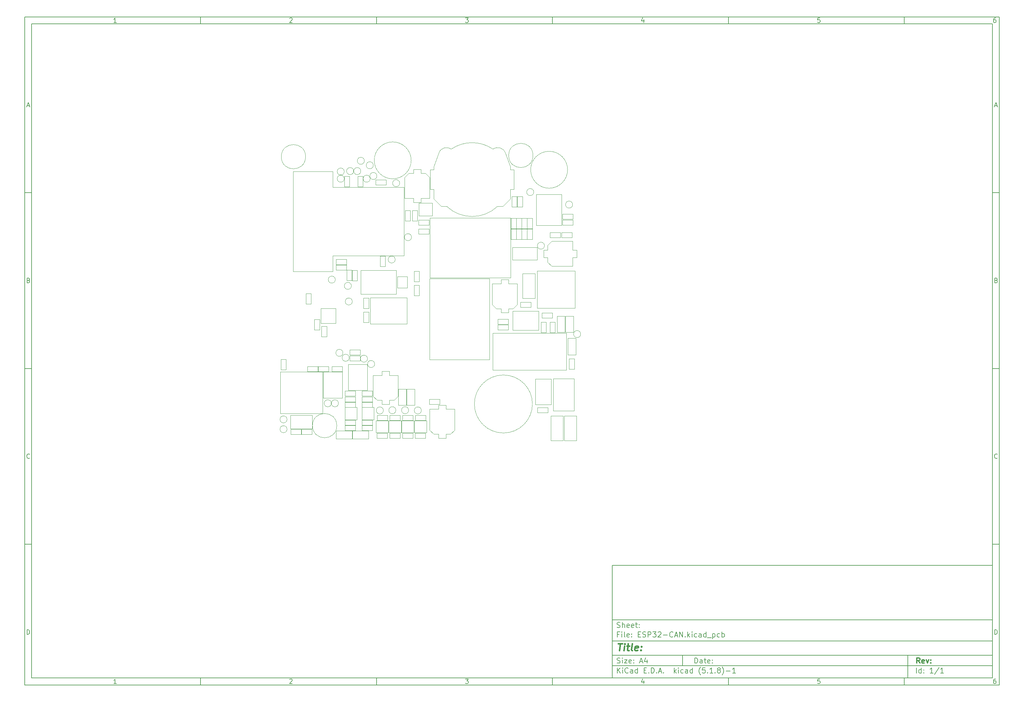
<source format=gbr>
G04 #@! TF.GenerationSoftware,KiCad,Pcbnew,(5.1.8)-1*
G04 #@! TF.CreationDate,2021-04-07T18:57:30+08:00*
G04 #@! TF.ProjectId,ESP32-CAN,45535033-322d-4434-914e-2e6b69636164,rev?*
G04 #@! TF.SameCoordinates,Original*
G04 #@! TF.FileFunction,Other,User*
%FSLAX46Y46*%
G04 Gerber Fmt 4.6, Leading zero omitted, Abs format (unit mm)*
G04 Created by KiCad (PCBNEW (5.1.8)-1) date 2021-04-07 18:57:30*
%MOMM*%
%LPD*%
G01*
G04 APERTURE LIST*
%ADD10C,0.100000*%
%ADD11C,0.150000*%
%ADD12C,0.300000*%
%ADD13C,0.400000*%
%ADD14C,0.050000*%
G04 APERTURE END LIST*
D10*
D11*
X177002200Y-166007200D02*
X177002200Y-198007200D01*
X285002200Y-198007200D01*
X285002200Y-166007200D01*
X177002200Y-166007200D01*
D10*
D11*
X10000000Y-10000000D02*
X10000000Y-200007200D01*
X287002200Y-200007200D01*
X287002200Y-10000000D01*
X10000000Y-10000000D01*
D10*
D11*
X12000000Y-12000000D02*
X12000000Y-198007200D01*
X285002200Y-198007200D01*
X285002200Y-12000000D01*
X12000000Y-12000000D01*
D10*
D11*
X60000000Y-12000000D02*
X60000000Y-10000000D01*
D10*
D11*
X110000000Y-12000000D02*
X110000000Y-10000000D01*
D10*
D11*
X160000000Y-12000000D02*
X160000000Y-10000000D01*
D10*
D11*
X210000000Y-12000000D02*
X210000000Y-10000000D01*
D10*
D11*
X260000000Y-12000000D02*
X260000000Y-10000000D01*
D10*
D11*
X36065476Y-11588095D02*
X35322619Y-11588095D01*
X35694047Y-11588095D02*
X35694047Y-10288095D01*
X35570238Y-10473809D01*
X35446428Y-10597619D01*
X35322619Y-10659523D01*
D10*
D11*
X85322619Y-10411904D02*
X85384523Y-10350000D01*
X85508333Y-10288095D01*
X85817857Y-10288095D01*
X85941666Y-10350000D01*
X86003571Y-10411904D01*
X86065476Y-10535714D01*
X86065476Y-10659523D01*
X86003571Y-10845238D01*
X85260714Y-11588095D01*
X86065476Y-11588095D01*
D10*
D11*
X135260714Y-10288095D02*
X136065476Y-10288095D01*
X135632142Y-10783333D01*
X135817857Y-10783333D01*
X135941666Y-10845238D01*
X136003571Y-10907142D01*
X136065476Y-11030952D01*
X136065476Y-11340476D01*
X136003571Y-11464285D01*
X135941666Y-11526190D01*
X135817857Y-11588095D01*
X135446428Y-11588095D01*
X135322619Y-11526190D01*
X135260714Y-11464285D01*
D10*
D11*
X185941666Y-10721428D02*
X185941666Y-11588095D01*
X185632142Y-10226190D02*
X185322619Y-11154761D01*
X186127380Y-11154761D01*
D10*
D11*
X236003571Y-10288095D02*
X235384523Y-10288095D01*
X235322619Y-10907142D01*
X235384523Y-10845238D01*
X235508333Y-10783333D01*
X235817857Y-10783333D01*
X235941666Y-10845238D01*
X236003571Y-10907142D01*
X236065476Y-11030952D01*
X236065476Y-11340476D01*
X236003571Y-11464285D01*
X235941666Y-11526190D01*
X235817857Y-11588095D01*
X235508333Y-11588095D01*
X235384523Y-11526190D01*
X235322619Y-11464285D01*
D10*
D11*
X285941666Y-10288095D02*
X285694047Y-10288095D01*
X285570238Y-10350000D01*
X285508333Y-10411904D01*
X285384523Y-10597619D01*
X285322619Y-10845238D01*
X285322619Y-11340476D01*
X285384523Y-11464285D01*
X285446428Y-11526190D01*
X285570238Y-11588095D01*
X285817857Y-11588095D01*
X285941666Y-11526190D01*
X286003571Y-11464285D01*
X286065476Y-11340476D01*
X286065476Y-11030952D01*
X286003571Y-10907142D01*
X285941666Y-10845238D01*
X285817857Y-10783333D01*
X285570238Y-10783333D01*
X285446428Y-10845238D01*
X285384523Y-10907142D01*
X285322619Y-11030952D01*
D10*
D11*
X60000000Y-198007200D02*
X60000000Y-200007200D01*
D10*
D11*
X110000000Y-198007200D02*
X110000000Y-200007200D01*
D10*
D11*
X160000000Y-198007200D02*
X160000000Y-200007200D01*
D10*
D11*
X210000000Y-198007200D02*
X210000000Y-200007200D01*
D10*
D11*
X260000000Y-198007200D02*
X260000000Y-200007200D01*
D10*
D11*
X36065476Y-199595295D02*
X35322619Y-199595295D01*
X35694047Y-199595295D02*
X35694047Y-198295295D01*
X35570238Y-198481009D01*
X35446428Y-198604819D01*
X35322619Y-198666723D01*
D10*
D11*
X85322619Y-198419104D02*
X85384523Y-198357200D01*
X85508333Y-198295295D01*
X85817857Y-198295295D01*
X85941666Y-198357200D01*
X86003571Y-198419104D01*
X86065476Y-198542914D01*
X86065476Y-198666723D01*
X86003571Y-198852438D01*
X85260714Y-199595295D01*
X86065476Y-199595295D01*
D10*
D11*
X135260714Y-198295295D02*
X136065476Y-198295295D01*
X135632142Y-198790533D01*
X135817857Y-198790533D01*
X135941666Y-198852438D01*
X136003571Y-198914342D01*
X136065476Y-199038152D01*
X136065476Y-199347676D01*
X136003571Y-199471485D01*
X135941666Y-199533390D01*
X135817857Y-199595295D01*
X135446428Y-199595295D01*
X135322619Y-199533390D01*
X135260714Y-199471485D01*
D10*
D11*
X185941666Y-198728628D02*
X185941666Y-199595295D01*
X185632142Y-198233390D02*
X185322619Y-199161961D01*
X186127380Y-199161961D01*
D10*
D11*
X236003571Y-198295295D02*
X235384523Y-198295295D01*
X235322619Y-198914342D01*
X235384523Y-198852438D01*
X235508333Y-198790533D01*
X235817857Y-198790533D01*
X235941666Y-198852438D01*
X236003571Y-198914342D01*
X236065476Y-199038152D01*
X236065476Y-199347676D01*
X236003571Y-199471485D01*
X235941666Y-199533390D01*
X235817857Y-199595295D01*
X235508333Y-199595295D01*
X235384523Y-199533390D01*
X235322619Y-199471485D01*
D10*
D11*
X285941666Y-198295295D02*
X285694047Y-198295295D01*
X285570238Y-198357200D01*
X285508333Y-198419104D01*
X285384523Y-198604819D01*
X285322619Y-198852438D01*
X285322619Y-199347676D01*
X285384523Y-199471485D01*
X285446428Y-199533390D01*
X285570238Y-199595295D01*
X285817857Y-199595295D01*
X285941666Y-199533390D01*
X286003571Y-199471485D01*
X286065476Y-199347676D01*
X286065476Y-199038152D01*
X286003571Y-198914342D01*
X285941666Y-198852438D01*
X285817857Y-198790533D01*
X285570238Y-198790533D01*
X285446428Y-198852438D01*
X285384523Y-198914342D01*
X285322619Y-199038152D01*
D10*
D11*
X10000000Y-60000000D02*
X12000000Y-60000000D01*
D10*
D11*
X10000000Y-110000000D02*
X12000000Y-110000000D01*
D10*
D11*
X10000000Y-160000000D02*
X12000000Y-160000000D01*
D10*
D11*
X10690476Y-35216666D02*
X11309523Y-35216666D01*
X10566666Y-35588095D02*
X11000000Y-34288095D01*
X11433333Y-35588095D01*
D10*
D11*
X11092857Y-84907142D02*
X11278571Y-84969047D01*
X11340476Y-85030952D01*
X11402380Y-85154761D01*
X11402380Y-85340476D01*
X11340476Y-85464285D01*
X11278571Y-85526190D01*
X11154761Y-85588095D01*
X10659523Y-85588095D01*
X10659523Y-84288095D01*
X11092857Y-84288095D01*
X11216666Y-84350000D01*
X11278571Y-84411904D01*
X11340476Y-84535714D01*
X11340476Y-84659523D01*
X11278571Y-84783333D01*
X11216666Y-84845238D01*
X11092857Y-84907142D01*
X10659523Y-84907142D01*
D10*
D11*
X11402380Y-135464285D02*
X11340476Y-135526190D01*
X11154761Y-135588095D01*
X11030952Y-135588095D01*
X10845238Y-135526190D01*
X10721428Y-135402380D01*
X10659523Y-135278571D01*
X10597619Y-135030952D01*
X10597619Y-134845238D01*
X10659523Y-134597619D01*
X10721428Y-134473809D01*
X10845238Y-134350000D01*
X11030952Y-134288095D01*
X11154761Y-134288095D01*
X11340476Y-134350000D01*
X11402380Y-134411904D01*
D10*
D11*
X10659523Y-185588095D02*
X10659523Y-184288095D01*
X10969047Y-184288095D01*
X11154761Y-184350000D01*
X11278571Y-184473809D01*
X11340476Y-184597619D01*
X11402380Y-184845238D01*
X11402380Y-185030952D01*
X11340476Y-185278571D01*
X11278571Y-185402380D01*
X11154761Y-185526190D01*
X10969047Y-185588095D01*
X10659523Y-185588095D01*
D10*
D11*
X287002200Y-60000000D02*
X285002200Y-60000000D01*
D10*
D11*
X287002200Y-110000000D02*
X285002200Y-110000000D01*
D10*
D11*
X287002200Y-160000000D02*
X285002200Y-160000000D01*
D10*
D11*
X285692676Y-35216666D02*
X286311723Y-35216666D01*
X285568866Y-35588095D02*
X286002200Y-34288095D01*
X286435533Y-35588095D01*
D10*
D11*
X286095057Y-84907142D02*
X286280771Y-84969047D01*
X286342676Y-85030952D01*
X286404580Y-85154761D01*
X286404580Y-85340476D01*
X286342676Y-85464285D01*
X286280771Y-85526190D01*
X286156961Y-85588095D01*
X285661723Y-85588095D01*
X285661723Y-84288095D01*
X286095057Y-84288095D01*
X286218866Y-84350000D01*
X286280771Y-84411904D01*
X286342676Y-84535714D01*
X286342676Y-84659523D01*
X286280771Y-84783333D01*
X286218866Y-84845238D01*
X286095057Y-84907142D01*
X285661723Y-84907142D01*
D10*
D11*
X286404580Y-135464285D02*
X286342676Y-135526190D01*
X286156961Y-135588095D01*
X286033152Y-135588095D01*
X285847438Y-135526190D01*
X285723628Y-135402380D01*
X285661723Y-135278571D01*
X285599819Y-135030952D01*
X285599819Y-134845238D01*
X285661723Y-134597619D01*
X285723628Y-134473809D01*
X285847438Y-134350000D01*
X286033152Y-134288095D01*
X286156961Y-134288095D01*
X286342676Y-134350000D01*
X286404580Y-134411904D01*
D10*
D11*
X285661723Y-185588095D02*
X285661723Y-184288095D01*
X285971247Y-184288095D01*
X286156961Y-184350000D01*
X286280771Y-184473809D01*
X286342676Y-184597619D01*
X286404580Y-184845238D01*
X286404580Y-185030952D01*
X286342676Y-185278571D01*
X286280771Y-185402380D01*
X286156961Y-185526190D01*
X285971247Y-185588095D01*
X285661723Y-185588095D01*
D10*
D11*
X200434342Y-193785771D02*
X200434342Y-192285771D01*
X200791485Y-192285771D01*
X201005771Y-192357200D01*
X201148628Y-192500057D01*
X201220057Y-192642914D01*
X201291485Y-192928628D01*
X201291485Y-193142914D01*
X201220057Y-193428628D01*
X201148628Y-193571485D01*
X201005771Y-193714342D01*
X200791485Y-193785771D01*
X200434342Y-193785771D01*
X202577200Y-193785771D02*
X202577200Y-193000057D01*
X202505771Y-192857200D01*
X202362914Y-192785771D01*
X202077200Y-192785771D01*
X201934342Y-192857200D01*
X202577200Y-193714342D02*
X202434342Y-193785771D01*
X202077200Y-193785771D01*
X201934342Y-193714342D01*
X201862914Y-193571485D01*
X201862914Y-193428628D01*
X201934342Y-193285771D01*
X202077200Y-193214342D01*
X202434342Y-193214342D01*
X202577200Y-193142914D01*
X203077200Y-192785771D02*
X203648628Y-192785771D01*
X203291485Y-192285771D02*
X203291485Y-193571485D01*
X203362914Y-193714342D01*
X203505771Y-193785771D01*
X203648628Y-193785771D01*
X204720057Y-193714342D02*
X204577200Y-193785771D01*
X204291485Y-193785771D01*
X204148628Y-193714342D01*
X204077200Y-193571485D01*
X204077200Y-193000057D01*
X204148628Y-192857200D01*
X204291485Y-192785771D01*
X204577200Y-192785771D01*
X204720057Y-192857200D01*
X204791485Y-193000057D01*
X204791485Y-193142914D01*
X204077200Y-193285771D01*
X205434342Y-193642914D02*
X205505771Y-193714342D01*
X205434342Y-193785771D01*
X205362914Y-193714342D01*
X205434342Y-193642914D01*
X205434342Y-193785771D01*
X205434342Y-192857200D02*
X205505771Y-192928628D01*
X205434342Y-193000057D01*
X205362914Y-192928628D01*
X205434342Y-192857200D01*
X205434342Y-193000057D01*
D10*
D11*
X177002200Y-194507200D02*
X285002200Y-194507200D01*
D10*
D11*
X178434342Y-196585771D02*
X178434342Y-195085771D01*
X179291485Y-196585771D02*
X178648628Y-195728628D01*
X179291485Y-195085771D02*
X178434342Y-195942914D01*
X179934342Y-196585771D02*
X179934342Y-195585771D01*
X179934342Y-195085771D02*
X179862914Y-195157200D01*
X179934342Y-195228628D01*
X180005771Y-195157200D01*
X179934342Y-195085771D01*
X179934342Y-195228628D01*
X181505771Y-196442914D02*
X181434342Y-196514342D01*
X181220057Y-196585771D01*
X181077200Y-196585771D01*
X180862914Y-196514342D01*
X180720057Y-196371485D01*
X180648628Y-196228628D01*
X180577200Y-195942914D01*
X180577200Y-195728628D01*
X180648628Y-195442914D01*
X180720057Y-195300057D01*
X180862914Y-195157200D01*
X181077200Y-195085771D01*
X181220057Y-195085771D01*
X181434342Y-195157200D01*
X181505771Y-195228628D01*
X182791485Y-196585771D02*
X182791485Y-195800057D01*
X182720057Y-195657200D01*
X182577200Y-195585771D01*
X182291485Y-195585771D01*
X182148628Y-195657200D01*
X182791485Y-196514342D02*
X182648628Y-196585771D01*
X182291485Y-196585771D01*
X182148628Y-196514342D01*
X182077200Y-196371485D01*
X182077200Y-196228628D01*
X182148628Y-196085771D01*
X182291485Y-196014342D01*
X182648628Y-196014342D01*
X182791485Y-195942914D01*
X184148628Y-196585771D02*
X184148628Y-195085771D01*
X184148628Y-196514342D02*
X184005771Y-196585771D01*
X183720057Y-196585771D01*
X183577200Y-196514342D01*
X183505771Y-196442914D01*
X183434342Y-196300057D01*
X183434342Y-195871485D01*
X183505771Y-195728628D01*
X183577200Y-195657200D01*
X183720057Y-195585771D01*
X184005771Y-195585771D01*
X184148628Y-195657200D01*
X186005771Y-195800057D02*
X186505771Y-195800057D01*
X186720057Y-196585771D02*
X186005771Y-196585771D01*
X186005771Y-195085771D01*
X186720057Y-195085771D01*
X187362914Y-196442914D02*
X187434342Y-196514342D01*
X187362914Y-196585771D01*
X187291485Y-196514342D01*
X187362914Y-196442914D01*
X187362914Y-196585771D01*
X188077200Y-196585771D02*
X188077200Y-195085771D01*
X188434342Y-195085771D01*
X188648628Y-195157200D01*
X188791485Y-195300057D01*
X188862914Y-195442914D01*
X188934342Y-195728628D01*
X188934342Y-195942914D01*
X188862914Y-196228628D01*
X188791485Y-196371485D01*
X188648628Y-196514342D01*
X188434342Y-196585771D01*
X188077200Y-196585771D01*
X189577200Y-196442914D02*
X189648628Y-196514342D01*
X189577200Y-196585771D01*
X189505771Y-196514342D01*
X189577200Y-196442914D01*
X189577200Y-196585771D01*
X190220057Y-196157200D02*
X190934342Y-196157200D01*
X190077200Y-196585771D02*
X190577200Y-195085771D01*
X191077200Y-196585771D01*
X191577200Y-196442914D02*
X191648628Y-196514342D01*
X191577200Y-196585771D01*
X191505771Y-196514342D01*
X191577200Y-196442914D01*
X191577200Y-196585771D01*
X194577200Y-196585771D02*
X194577200Y-195085771D01*
X194720057Y-196014342D02*
X195148628Y-196585771D01*
X195148628Y-195585771D02*
X194577200Y-196157200D01*
X195791485Y-196585771D02*
X195791485Y-195585771D01*
X195791485Y-195085771D02*
X195720057Y-195157200D01*
X195791485Y-195228628D01*
X195862914Y-195157200D01*
X195791485Y-195085771D01*
X195791485Y-195228628D01*
X197148628Y-196514342D02*
X197005771Y-196585771D01*
X196720057Y-196585771D01*
X196577200Y-196514342D01*
X196505771Y-196442914D01*
X196434342Y-196300057D01*
X196434342Y-195871485D01*
X196505771Y-195728628D01*
X196577200Y-195657200D01*
X196720057Y-195585771D01*
X197005771Y-195585771D01*
X197148628Y-195657200D01*
X198434342Y-196585771D02*
X198434342Y-195800057D01*
X198362914Y-195657200D01*
X198220057Y-195585771D01*
X197934342Y-195585771D01*
X197791485Y-195657200D01*
X198434342Y-196514342D02*
X198291485Y-196585771D01*
X197934342Y-196585771D01*
X197791485Y-196514342D01*
X197720057Y-196371485D01*
X197720057Y-196228628D01*
X197791485Y-196085771D01*
X197934342Y-196014342D01*
X198291485Y-196014342D01*
X198434342Y-195942914D01*
X199791485Y-196585771D02*
X199791485Y-195085771D01*
X199791485Y-196514342D02*
X199648628Y-196585771D01*
X199362914Y-196585771D01*
X199220057Y-196514342D01*
X199148628Y-196442914D01*
X199077200Y-196300057D01*
X199077200Y-195871485D01*
X199148628Y-195728628D01*
X199220057Y-195657200D01*
X199362914Y-195585771D01*
X199648628Y-195585771D01*
X199791485Y-195657200D01*
X202077200Y-197157200D02*
X202005771Y-197085771D01*
X201862914Y-196871485D01*
X201791485Y-196728628D01*
X201720057Y-196514342D01*
X201648628Y-196157200D01*
X201648628Y-195871485D01*
X201720057Y-195514342D01*
X201791485Y-195300057D01*
X201862914Y-195157200D01*
X202005771Y-194942914D01*
X202077200Y-194871485D01*
X203362914Y-195085771D02*
X202648628Y-195085771D01*
X202577200Y-195800057D01*
X202648628Y-195728628D01*
X202791485Y-195657200D01*
X203148628Y-195657200D01*
X203291485Y-195728628D01*
X203362914Y-195800057D01*
X203434342Y-195942914D01*
X203434342Y-196300057D01*
X203362914Y-196442914D01*
X203291485Y-196514342D01*
X203148628Y-196585771D01*
X202791485Y-196585771D01*
X202648628Y-196514342D01*
X202577200Y-196442914D01*
X204077200Y-196442914D02*
X204148628Y-196514342D01*
X204077200Y-196585771D01*
X204005771Y-196514342D01*
X204077200Y-196442914D01*
X204077200Y-196585771D01*
X205577200Y-196585771D02*
X204720057Y-196585771D01*
X205148628Y-196585771D02*
X205148628Y-195085771D01*
X205005771Y-195300057D01*
X204862914Y-195442914D01*
X204720057Y-195514342D01*
X206220057Y-196442914D02*
X206291485Y-196514342D01*
X206220057Y-196585771D01*
X206148628Y-196514342D01*
X206220057Y-196442914D01*
X206220057Y-196585771D01*
X207148628Y-195728628D02*
X207005771Y-195657200D01*
X206934342Y-195585771D01*
X206862914Y-195442914D01*
X206862914Y-195371485D01*
X206934342Y-195228628D01*
X207005771Y-195157200D01*
X207148628Y-195085771D01*
X207434342Y-195085771D01*
X207577200Y-195157200D01*
X207648628Y-195228628D01*
X207720057Y-195371485D01*
X207720057Y-195442914D01*
X207648628Y-195585771D01*
X207577200Y-195657200D01*
X207434342Y-195728628D01*
X207148628Y-195728628D01*
X207005771Y-195800057D01*
X206934342Y-195871485D01*
X206862914Y-196014342D01*
X206862914Y-196300057D01*
X206934342Y-196442914D01*
X207005771Y-196514342D01*
X207148628Y-196585771D01*
X207434342Y-196585771D01*
X207577200Y-196514342D01*
X207648628Y-196442914D01*
X207720057Y-196300057D01*
X207720057Y-196014342D01*
X207648628Y-195871485D01*
X207577200Y-195800057D01*
X207434342Y-195728628D01*
X208220057Y-197157200D02*
X208291485Y-197085771D01*
X208434342Y-196871485D01*
X208505771Y-196728628D01*
X208577200Y-196514342D01*
X208648628Y-196157200D01*
X208648628Y-195871485D01*
X208577200Y-195514342D01*
X208505771Y-195300057D01*
X208434342Y-195157200D01*
X208291485Y-194942914D01*
X208220057Y-194871485D01*
X209362914Y-196014342D02*
X210505771Y-196014342D01*
X212005771Y-196585771D02*
X211148628Y-196585771D01*
X211577200Y-196585771D02*
X211577200Y-195085771D01*
X211434342Y-195300057D01*
X211291485Y-195442914D01*
X211148628Y-195514342D01*
D10*
D11*
X177002200Y-191507200D02*
X285002200Y-191507200D01*
D10*
D12*
X264411485Y-193785771D02*
X263911485Y-193071485D01*
X263554342Y-193785771D02*
X263554342Y-192285771D01*
X264125771Y-192285771D01*
X264268628Y-192357200D01*
X264340057Y-192428628D01*
X264411485Y-192571485D01*
X264411485Y-192785771D01*
X264340057Y-192928628D01*
X264268628Y-193000057D01*
X264125771Y-193071485D01*
X263554342Y-193071485D01*
X265625771Y-193714342D02*
X265482914Y-193785771D01*
X265197200Y-193785771D01*
X265054342Y-193714342D01*
X264982914Y-193571485D01*
X264982914Y-193000057D01*
X265054342Y-192857200D01*
X265197200Y-192785771D01*
X265482914Y-192785771D01*
X265625771Y-192857200D01*
X265697200Y-193000057D01*
X265697200Y-193142914D01*
X264982914Y-193285771D01*
X266197200Y-192785771D02*
X266554342Y-193785771D01*
X266911485Y-192785771D01*
X267482914Y-193642914D02*
X267554342Y-193714342D01*
X267482914Y-193785771D01*
X267411485Y-193714342D01*
X267482914Y-193642914D01*
X267482914Y-193785771D01*
X267482914Y-192857200D02*
X267554342Y-192928628D01*
X267482914Y-193000057D01*
X267411485Y-192928628D01*
X267482914Y-192857200D01*
X267482914Y-193000057D01*
D10*
D11*
X178362914Y-193714342D02*
X178577200Y-193785771D01*
X178934342Y-193785771D01*
X179077200Y-193714342D01*
X179148628Y-193642914D01*
X179220057Y-193500057D01*
X179220057Y-193357200D01*
X179148628Y-193214342D01*
X179077200Y-193142914D01*
X178934342Y-193071485D01*
X178648628Y-193000057D01*
X178505771Y-192928628D01*
X178434342Y-192857200D01*
X178362914Y-192714342D01*
X178362914Y-192571485D01*
X178434342Y-192428628D01*
X178505771Y-192357200D01*
X178648628Y-192285771D01*
X179005771Y-192285771D01*
X179220057Y-192357200D01*
X179862914Y-193785771D02*
X179862914Y-192785771D01*
X179862914Y-192285771D02*
X179791485Y-192357200D01*
X179862914Y-192428628D01*
X179934342Y-192357200D01*
X179862914Y-192285771D01*
X179862914Y-192428628D01*
X180434342Y-192785771D02*
X181220057Y-192785771D01*
X180434342Y-193785771D01*
X181220057Y-193785771D01*
X182362914Y-193714342D02*
X182220057Y-193785771D01*
X181934342Y-193785771D01*
X181791485Y-193714342D01*
X181720057Y-193571485D01*
X181720057Y-193000057D01*
X181791485Y-192857200D01*
X181934342Y-192785771D01*
X182220057Y-192785771D01*
X182362914Y-192857200D01*
X182434342Y-193000057D01*
X182434342Y-193142914D01*
X181720057Y-193285771D01*
X183077200Y-193642914D02*
X183148628Y-193714342D01*
X183077200Y-193785771D01*
X183005771Y-193714342D01*
X183077200Y-193642914D01*
X183077200Y-193785771D01*
X183077200Y-192857200D02*
X183148628Y-192928628D01*
X183077200Y-193000057D01*
X183005771Y-192928628D01*
X183077200Y-192857200D01*
X183077200Y-193000057D01*
X184862914Y-193357200D02*
X185577200Y-193357200D01*
X184720057Y-193785771D02*
X185220057Y-192285771D01*
X185720057Y-193785771D01*
X186862914Y-192785771D02*
X186862914Y-193785771D01*
X186505771Y-192214342D02*
X186148628Y-193285771D01*
X187077200Y-193285771D01*
D10*
D11*
X263434342Y-196585771D02*
X263434342Y-195085771D01*
X264791485Y-196585771D02*
X264791485Y-195085771D01*
X264791485Y-196514342D02*
X264648628Y-196585771D01*
X264362914Y-196585771D01*
X264220057Y-196514342D01*
X264148628Y-196442914D01*
X264077200Y-196300057D01*
X264077200Y-195871485D01*
X264148628Y-195728628D01*
X264220057Y-195657200D01*
X264362914Y-195585771D01*
X264648628Y-195585771D01*
X264791485Y-195657200D01*
X265505771Y-196442914D02*
X265577200Y-196514342D01*
X265505771Y-196585771D01*
X265434342Y-196514342D01*
X265505771Y-196442914D01*
X265505771Y-196585771D01*
X265505771Y-195657200D02*
X265577200Y-195728628D01*
X265505771Y-195800057D01*
X265434342Y-195728628D01*
X265505771Y-195657200D01*
X265505771Y-195800057D01*
X268148628Y-196585771D02*
X267291485Y-196585771D01*
X267720057Y-196585771D02*
X267720057Y-195085771D01*
X267577200Y-195300057D01*
X267434342Y-195442914D01*
X267291485Y-195514342D01*
X269862914Y-195014342D02*
X268577200Y-196942914D01*
X271148628Y-196585771D02*
X270291485Y-196585771D01*
X270720057Y-196585771D02*
X270720057Y-195085771D01*
X270577200Y-195300057D01*
X270434342Y-195442914D01*
X270291485Y-195514342D01*
D10*
D11*
X177002200Y-187507200D02*
X285002200Y-187507200D01*
D10*
D13*
X178714580Y-188211961D02*
X179857438Y-188211961D01*
X179036009Y-190211961D02*
X179286009Y-188211961D01*
X180274104Y-190211961D02*
X180440771Y-188878628D01*
X180524104Y-188211961D02*
X180416961Y-188307200D01*
X180500295Y-188402438D01*
X180607438Y-188307200D01*
X180524104Y-188211961D01*
X180500295Y-188402438D01*
X181107438Y-188878628D02*
X181869342Y-188878628D01*
X181476485Y-188211961D02*
X181262200Y-189926247D01*
X181333628Y-190116723D01*
X181512200Y-190211961D01*
X181702676Y-190211961D01*
X182655057Y-190211961D02*
X182476485Y-190116723D01*
X182405057Y-189926247D01*
X182619342Y-188211961D01*
X184190771Y-190116723D02*
X183988390Y-190211961D01*
X183607438Y-190211961D01*
X183428866Y-190116723D01*
X183357438Y-189926247D01*
X183452676Y-189164342D01*
X183571723Y-188973866D01*
X183774104Y-188878628D01*
X184155057Y-188878628D01*
X184333628Y-188973866D01*
X184405057Y-189164342D01*
X184381247Y-189354819D01*
X183405057Y-189545295D01*
X185155057Y-190021485D02*
X185238390Y-190116723D01*
X185131247Y-190211961D01*
X185047914Y-190116723D01*
X185155057Y-190021485D01*
X185131247Y-190211961D01*
X185286009Y-188973866D02*
X185369342Y-189069104D01*
X185262200Y-189164342D01*
X185178866Y-189069104D01*
X185286009Y-188973866D01*
X185262200Y-189164342D01*
D10*
D11*
X178934342Y-185600057D02*
X178434342Y-185600057D01*
X178434342Y-186385771D02*
X178434342Y-184885771D01*
X179148628Y-184885771D01*
X179720057Y-186385771D02*
X179720057Y-185385771D01*
X179720057Y-184885771D02*
X179648628Y-184957200D01*
X179720057Y-185028628D01*
X179791485Y-184957200D01*
X179720057Y-184885771D01*
X179720057Y-185028628D01*
X180648628Y-186385771D02*
X180505771Y-186314342D01*
X180434342Y-186171485D01*
X180434342Y-184885771D01*
X181791485Y-186314342D02*
X181648628Y-186385771D01*
X181362914Y-186385771D01*
X181220057Y-186314342D01*
X181148628Y-186171485D01*
X181148628Y-185600057D01*
X181220057Y-185457200D01*
X181362914Y-185385771D01*
X181648628Y-185385771D01*
X181791485Y-185457200D01*
X181862914Y-185600057D01*
X181862914Y-185742914D01*
X181148628Y-185885771D01*
X182505771Y-186242914D02*
X182577200Y-186314342D01*
X182505771Y-186385771D01*
X182434342Y-186314342D01*
X182505771Y-186242914D01*
X182505771Y-186385771D01*
X182505771Y-185457200D02*
X182577200Y-185528628D01*
X182505771Y-185600057D01*
X182434342Y-185528628D01*
X182505771Y-185457200D01*
X182505771Y-185600057D01*
X184362914Y-185600057D02*
X184862914Y-185600057D01*
X185077200Y-186385771D02*
X184362914Y-186385771D01*
X184362914Y-184885771D01*
X185077200Y-184885771D01*
X185648628Y-186314342D02*
X185862914Y-186385771D01*
X186220057Y-186385771D01*
X186362914Y-186314342D01*
X186434342Y-186242914D01*
X186505771Y-186100057D01*
X186505771Y-185957200D01*
X186434342Y-185814342D01*
X186362914Y-185742914D01*
X186220057Y-185671485D01*
X185934342Y-185600057D01*
X185791485Y-185528628D01*
X185720057Y-185457200D01*
X185648628Y-185314342D01*
X185648628Y-185171485D01*
X185720057Y-185028628D01*
X185791485Y-184957200D01*
X185934342Y-184885771D01*
X186291485Y-184885771D01*
X186505771Y-184957200D01*
X187148628Y-186385771D02*
X187148628Y-184885771D01*
X187720057Y-184885771D01*
X187862914Y-184957200D01*
X187934342Y-185028628D01*
X188005771Y-185171485D01*
X188005771Y-185385771D01*
X187934342Y-185528628D01*
X187862914Y-185600057D01*
X187720057Y-185671485D01*
X187148628Y-185671485D01*
X188505771Y-184885771D02*
X189434342Y-184885771D01*
X188934342Y-185457200D01*
X189148628Y-185457200D01*
X189291485Y-185528628D01*
X189362914Y-185600057D01*
X189434342Y-185742914D01*
X189434342Y-186100057D01*
X189362914Y-186242914D01*
X189291485Y-186314342D01*
X189148628Y-186385771D01*
X188720057Y-186385771D01*
X188577200Y-186314342D01*
X188505771Y-186242914D01*
X190005771Y-185028628D02*
X190077200Y-184957200D01*
X190220057Y-184885771D01*
X190577200Y-184885771D01*
X190720057Y-184957200D01*
X190791485Y-185028628D01*
X190862914Y-185171485D01*
X190862914Y-185314342D01*
X190791485Y-185528628D01*
X189934342Y-186385771D01*
X190862914Y-186385771D01*
X191505771Y-185814342D02*
X192648628Y-185814342D01*
X194220057Y-186242914D02*
X194148628Y-186314342D01*
X193934342Y-186385771D01*
X193791485Y-186385771D01*
X193577200Y-186314342D01*
X193434342Y-186171485D01*
X193362914Y-186028628D01*
X193291485Y-185742914D01*
X193291485Y-185528628D01*
X193362914Y-185242914D01*
X193434342Y-185100057D01*
X193577200Y-184957200D01*
X193791485Y-184885771D01*
X193934342Y-184885771D01*
X194148628Y-184957200D01*
X194220057Y-185028628D01*
X194791485Y-185957200D02*
X195505771Y-185957200D01*
X194648628Y-186385771D02*
X195148628Y-184885771D01*
X195648628Y-186385771D01*
X196148628Y-186385771D02*
X196148628Y-184885771D01*
X197005771Y-186385771D01*
X197005771Y-184885771D01*
X197720057Y-186242914D02*
X197791485Y-186314342D01*
X197720057Y-186385771D01*
X197648628Y-186314342D01*
X197720057Y-186242914D01*
X197720057Y-186385771D01*
X198434342Y-186385771D02*
X198434342Y-184885771D01*
X198577200Y-185814342D02*
X199005771Y-186385771D01*
X199005771Y-185385771D02*
X198434342Y-185957200D01*
X199648628Y-186385771D02*
X199648628Y-185385771D01*
X199648628Y-184885771D02*
X199577200Y-184957200D01*
X199648628Y-185028628D01*
X199720057Y-184957200D01*
X199648628Y-184885771D01*
X199648628Y-185028628D01*
X201005771Y-186314342D02*
X200862914Y-186385771D01*
X200577200Y-186385771D01*
X200434342Y-186314342D01*
X200362914Y-186242914D01*
X200291485Y-186100057D01*
X200291485Y-185671485D01*
X200362914Y-185528628D01*
X200434342Y-185457200D01*
X200577200Y-185385771D01*
X200862914Y-185385771D01*
X201005771Y-185457200D01*
X202291485Y-186385771D02*
X202291485Y-185600057D01*
X202220057Y-185457200D01*
X202077200Y-185385771D01*
X201791485Y-185385771D01*
X201648628Y-185457200D01*
X202291485Y-186314342D02*
X202148628Y-186385771D01*
X201791485Y-186385771D01*
X201648628Y-186314342D01*
X201577200Y-186171485D01*
X201577200Y-186028628D01*
X201648628Y-185885771D01*
X201791485Y-185814342D01*
X202148628Y-185814342D01*
X202291485Y-185742914D01*
X203648628Y-186385771D02*
X203648628Y-184885771D01*
X203648628Y-186314342D02*
X203505771Y-186385771D01*
X203220057Y-186385771D01*
X203077200Y-186314342D01*
X203005771Y-186242914D01*
X202934342Y-186100057D01*
X202934342Y-185671485D01*
X203005771Y-185528628D01*
X203077200Y-185457200D01*
X203220057Y-185385771D01*
X203505771Y-185385771D01*
X203648628Y-185457200D01*
X204005771Y-186528628D02*
X205148628Y-186528628D01*
X205505771Y-185385771D02*
X205505771Y-186885771D01*
X205505771Y-185457200D02*
X205648628Y-185385771D01*
X205934342Y-185385771D01*
X206077200Y-185457200D01*
X206148628Y-185528628D01*
X206220057Y-185671485D01*
X206220057Y-186100057D01*
X206148628Y-186242914D01*
X206077200Y-186314342D01*
X205934342Y-186385771D01*
X205648628Y-186385771D01*
X205505771Y-186314342D01*
X207505771Y-186314342D02*
X207362914Y-186385771D01*
X207077200Y-186385771D01*
X206934342Y-186314342D01*
X206862914Y-186242914D01*
X206791485Y-186100057D01*
X206791485Y-185671485D01*
X206862914Y-185528628D01*
X206934342Y-185457200D01*
X207077200Y-185385771D01*
X207362914Y-185385771D01*
X207505771Y-185457200D01*
X208148628Y-186385771D02*
X208148628Y-184885771D01*
X208148628Y-185457200D02*
X208291485Y-185385771D01*
X208577200Y-185385771D01*
X208720057Y-185457200D01*
X208791485Y-185528628D01*
X208862914Y-185671485D01*
X208862914Y-186100057D01*
X208791485Y-186242914D01*
X208720057Y-186314342D01*
X208577200Y-186385771D01*
X208291485Y-186385771D01*
X208148628Y-186314342D01*
D10*
D11*
X177002200Y-181507200D02*
X285002200Y-181507200D01*
D10*
D11*
X178362914Y-183614342D02*
X178577200Y-183685771D01*
X178934342Y-183685771D01*
X179077200Y-183614342D01*
X179148628Y-183542914D01*
X179220057Y-183400057D01*
X179220057Y-183257200D01*
X179148628Y-183114342D01*
X179077200Y-183042914D01*
X178934342Y-182971485D01*
X178648628Y-182900057D01*
X178505771Y-182828628D01*
X178434342Y-182757200D01*
X178362914Y-182614342D01*
X178362914Y-182471485D01*
X178434342Y-182328628D01*
X178505771Y-182257200D01*
X178648628Y-182185771D01*
X179005771Y-182185771D01*
X179220057Y-182257200D01*
X179862914Y-183685771D02*
X179862914Y-182185771D01*
X180505771Y-183685771D02*
X180505771Y-182900057D01*
X180434342Y-182757200D01*
X180291485Y-182685771D01*
X180077200Y-182685771D01*
X179934342Y-182757200D01*
X179862914Y-182828628D01*
X181791485Y-183614342D02*
X181648628Y-183685771D01*
X181362914Y-183685771D01*
X181220057Y-183614342D01*
X181148628Y-183471485D01*
X181148628Y-182900057D01*
X181220057Y-182757200D01*
X181362914Y-182685771D01*
X181648628Y-182685771D01*
X181791485Y-182757200D01*
X181862914Y-182900057D01*
X181862914Y-183042914D01*
X181148628Y-183185771D01*
X183077200Y-183614342D02*
X182934342Y-183685771D01*
X182648628Y-183685771D01*
X182505771Y-183614342D01*
X182434342Y-183471485D01*
X182434342Y-182900057D01*
X182505771Y-182757200D01*
X182648628Y-182685771D01*
X182934342Y-182685771D01*
X183077200Y-182757200D01*
X183148628Y-182900057D01*
X183148628Y-183042914D01*
X182434342Y-183185771D01*
X183577200Y-182685771D02*
X184148628Y-182685771D01*
X183791485Y-182185771D02*
X183791485Y-183471485D01*
X183862914Y-183614342D01*
X184005771Y-183685771D01*
X184148628Y-183685771D01*
X184648628Y-183542914D02*
X184720057Y-183614342D01*
X184648628Y-183685771D01*
X184577200Y-183614342D01*
X184648628Y-183542914D01*
X184648628Y-183685771D01*
X184648628Y-182757200D02*
X184720057Y-182828628D01*
X184648628Y-182900057D01*
X184577200Y-182828628D01*
X184648628Y-182757200D01*
X184648628Y-182900057D01*
D10*
D11*
X197002200Y-191507200D02*
X197002200Y-194507200D01*
D10*
D11*
X261002200Y-191507200D02*
X261002200Y-198007200D01*
D14*
X158730000Y-122523000D02*
X155770000Y-122523000D01*
X158730000Y-121063000D02*
X158730000Y-122523000D01*
X155770000Y-121063000D02*
X158730000Y-121063000D01*
X155770000Y-122523000D02*
X155770000Y-121063000D01*
X151225000Y-70187000D02*
X149765000Y-70187000D01*
X149765000Y-70187000D02*
X149765000Y-67227000D01*
X149765000Y-67227000D02*
X151225000Y-67227000D01*
X151225000Y-67227000D02*
X151225000Y-70187000D01*
X149765000Y-70338500D02*
X151225000Y-70338500D01*
X151225000Y-70338500D02*
X151225000Y-73298500D01*
X151225000Y-73298500D02*
X149765000Y-73298500D01*
X149765000Y-73298500D02*
X149765000Y-70338500D01*
X149701000Y-67227000D02*
X149701000Y-70187000D01*
X148241000Y-67227000D02*
X149701000Y-67227000D01*
X148241000Y-70187000D02*
X148241000Y-67227000D01*
X149701000Y-70187000D02*
X148241000Y-70187000D01*
X149701000Y-70338000D02*
X149701000Y-73298000D01*
X148241000Y-70338000D02*
X149701000Y-70338000D01*
X148241000Y-73298000D02*
X148241000Y-70338000D01*
X149701000Y-73298000D02*
X148241000Y-73298000D01*
X163040000Y-123500000D02*
X163040000Y-130500000D01*
X163040000Y-130500000D02*
X159540000Y-130500000D01*
X159540000Y-130500000D02*
X159540000Y-123500000D01*
X159540000Y-123500000D02*
X163040000Y-123500000D01*
X166850000Y-123500000D02*
X166850000Y-130500000D01*
X166850000Y-130500000D02*
X163350000Y-130500000D01*
X163350000Y-130500000D02*
X163350000Y-123500000D01*
X163350000Y-123500000D02*
X166850000Y-123500000D01*
X155103000Y-112936000D02*
X159603000Y-112936000D01*
X155103000Y-120236000D02*
X155103000Y-112936000D01*
X159603000Y-120236000D02*
X155103000Y-120236000D01*
X159603000Y-112936000D02*
X159603000Y-120236000D01*
X166631000Y-101409000D02*
X166631000Y-106109000D01*
X166631000Y-106109000D02*
X164331000Y-106109000D01*
X164331000Y-106109000D02*
X164331000Y-101409000D01*
X166631000Y-101409000D02*
X164331000Y-101409000D01*
X151539000Y-89987000D02*
X151539000Y-82987000D01*
X151539000Y-82987000D02*
X155039000Y-82987000D01*
X155039000Y-82987000D02*
X155039000Y-89987000D01*
X155039000Y-89987000D02*
X151539000Y-89987000D01*
X155646000Y-79093000D02*
X148646000Y-79093000D01*
X148646000Y-79093000D02*
X148646000Y-75593000D01*
X148646000Y-75593000D02*
X155646000Y-75593000D01*
X155646000Y-75593000D02*
X155646000Y-79093000D01*
X148431500Y-61067500D02*
X149891500Y-61067500D01*
X149891500Y-61067500D02*
X149891500Y-64027500D01*
X149891500Y-64027500D02*
X148431500Y-64027500D01*
X148431500Y-64027500D02*
X148431500Y-61067500D01*
X159976000Y-94139000D02*
X159976000Y-95599000D01*
X159976000Y-95599000D02*
X157016000Y-95599000D01*
X157016000Y-95599000D02*
X157016000Y-94139000D01*
X157016000Y-94139000D02*
X159976000Y-94139000D01*
X165564000Y-71279000D02*
X165564000Y-72739000D01*
X165564000Y-72739000D02*
X162604000Y-72739000D01*
X162604000Y-72739000D02*
X162604000Y-71279000D01*
X162604000Y-71279000D02*
X165564000Y-71279000D01*
X124924000Y-70263000D02*
X124924000Y-71723000D01*
X124924000Y-71723000D02*
X121964000Y-71723000D01*
X121964000Y-71723000D02*
X121964000Y-70263000D01*
X121964000Y-70263000D02*
X124924000Y-70263000D01*
X120682000Y-82340000D02*
X122142000Y-82340000D01*
X122142000Y-82340000D02*
X122142000Y-85300000D01*
X122142000Y-85300000D02*
X120682000Y-85300000D01*
X120682000Y-85300000D02*
X120682000Y-82340000D01*
X155404000Y-69272000D02*
X162604000Y-69272000D01*
X162604000Y-69272000D02*
X162604000Y-60472000D01*
X162604000Y-60472000D02*
X155404000Y-60472000D01*
X155404000Y-60472000D02*
X155404000Y-69272000D01*
X154670000Y-59817000D02*
G75*
G03*
X154670000Y-59817000I-1000000J0D01*
G01*
X150019000Y-64027500D02*
X150019000Y-61067500D01*
X151479000Y-64027500D02*
X150019000Y-64027500D01*
X151479000Y-61067500D02*
X151479000Y-64027500D01*
X150019000Y-61067500D02*
X151479000Y-61067500D01*
X152813000Y-70187000D02*
X152813000Y-67227000D01*
X154273000Y-70187000D02*
X152813000Y-70187000D01*
X154273000Y-67227000D02*
X154273000Y-70187000D01*
X152813000Y-67227000D02*
X154273000Y-67227000D01*
X151289000Y-70187000D02*
X151289000Y-67227000D01*
X152749000Y-70187000D02*
X151289000Y-70187000D01*
X152749000Y-67227000D02*
X152749000Y-70187000D01*
X151289000Y-67227000D02*
X152749000Y-67227000D01*
X165818000Y-67532000D02*
X162858000Y-67532000D01*
X165818000Y-66072000D02*
X165818000Y-67532000D01*
X162858000Y-66072000D02*
X165818000Y-66072000D01*
X162858000Y-67532000D02*
X162858000Y-66072000D01*
X165818000Y-69183000D02*
X162858000Y-69183000D01*
X165818000Y-67723000D02*
X165818000Y-69183000D01*
X162858000Y-67723000D02*
X165818000Y-67723000D01*
X162858000Y-69183000D02*
X162858000Y-67723000D01*
X120817500Y-120390000D02*
X118577500Y-120390000D01*
X118577500Y-120390000D02*
X118577500Y-115830000D01*
X118577500Y-115830000D02*
X120817500Y-115830000D01*
X120817500Y-115830000D02*
X120817500Y-120390000D01*
X127972000Y-120173500D02*
X125012000Y-120173500D01*
X127972000Y-118713500D02*
X127972000Y-120173500D01*
X125012000Y-118713500D02*
X127972000Y-118713500D01*
X125012000Y-120173500D02*
X125012000Y-118713500D01*
X125290000Y-59051000D02*
X126280000Y-59051000D01*
X126280000Y-59051000D02*
X126280000Y-61761000D01*
X126280000Y-61761000D02*
X128420000Y-63901000D01*
X128420000Y-63901000D02*
X129960000Y-63901000D01*
X144360000Y-63901000D02*
X145900000Y-63901000D01*
X145900000Y-63901000D02*
X148040000Y-61761000D01*
X148040000Y-61761000D02*
X148040000Y-59051000D01*
X148040000Y-59051000D02*
X149030000Y-59051000D01*
X149030000Y-59051000D02*
X149030000Y-53471000D01*
X149030000Y-53471000D02*
X148040000Y-53471000D01*
X148040000Y-53471000D02*
X148040000Y-52621000D01*
X148040000Y-52621000D02*
X146600000Y-48641000D01*
X127730000Y-48631000D02*
X126280000Y-52621000D01*
X126280000Y-52621000D02*
X126280000Y-53471000D01*
X126280000Y-53471000D02*
X125290000Y-53471000D01*
X125290000Y-53471000D02*
X125290000Y-59051000D01*
X127744856Y-48639659D02*
G75*
G02*
X131200000Y-47621000I2105144J-771341D01*
G01*
X131214632Y-47610925D02*
G75*
G02*
X143120000Y-47621000I5945368J-8650075D01*
G01*
X143116965Y-47606396D02*
G75*
G02*
X146590000Y-48641000I1353035J-1804604D01*
G01*
X144359546Y-63901427D02*
G75*
G02*
X129960000Y-63901000I-7199546J7640427D01*
G01*
X91746000Y-123322000D02*
X85546000Y-123322000D01*
X91746000Y-127122000D02*
X91746000Y-123322000D01*
X85546000Y-127122000D02*
X91746000Y-127122000D01*
X85546000Y-123322000D02*
X85546000Y-127122000D01*
X107753500Y-127721500D02*
X107753500Y-129961500D01*
X107753500Y-129961500D02*
X103193500Y-129961500D01*
X103193500Y-129961500D02*
X103193500Y-127721500D01*
X103193500Y-127721500D02*
X107753500Y-127721500D01*
X101043000Y-121059000D02*
X104443000Y-121059000D01*
X104443000Y-121059000D02*
X104443000Y-124559000D01*
X104443000Y-124559000D02*
X101043000Y-124559000D01*
X101043000Y-124559000D02*
X101043000Y-121059000D01*
X154300000Y-120082000D02*
G75*
G03*
X154300000Y-120082000I-8250000J0D01*
G01*
X143000000Y-110406000D02*
X163960000Y-110406000D01*
X163960000Y-110406000D02*
X163960000Y-99906000D01*
X163960000Y-99906000D02*
X143000000Y-99906000D01*
X143000000Y-99906000D02*
X143000000Y-110406000D01*
X125151500Y-67192000D02*
X125151500Y-84192000D01*
X148151500Y-67192000D02*
X125151500Y-67192000D01*
X148151500Y-84192000D02*
X148151500Y-67192000D01*
X125151500Y-84192000D02*
X148151500Y-84192000D01*
X168005000Y-100203000D02*
G75*
G03*
X168005000Y-100203000I-1000000J0D01*
G01*
X103969000Y-127603000D02*
X101009000Y-127603000D01*
X103969000Y-126143000D02*
X103969000Y-127603000D01*
X101009000Y-126143000D02*
X103969000Y-126143000D01*
X101009000Y-127603000D02*
X101009000Y-126143000D01*
X107348000Y-108822000D02*
X101948000Y-108822000D01*
X101948000Y-108822000D02*
X101948000Y-116222000D01*
X101948000Y-116222000D02*
X107348000Y-116222000D01*
X107348000Y-116222000D02*
X107348000Y-108822000D01*
X129701000Y-129795000D02*
X129701000Y-128645000D01*
X127601000Y-129795000D02*
X129701000Y-129795000D01*
X127601000Y-128645000D02*
X127601000Y-129795000D01*
X129701000Y-128645000D02*
X131051000Y-128645000D01*
X126251000Y-128645000D02*
X127601000Y-128645000D01*
X126251000Y-128645000D02*
X125101000Y-127495000D01*
X131051000Y-128645000D02*
X132201000Y-127495000D01*
X125101000Y-127495000D02*
X125101000Y-121545000D01*
X132201000Y-127495000D02*
X132201000Y-121545000D01*
X129701000Y-121545000D02*
X132201000Y-121545000D01*
X129701000Y-120395000D02*
X129701000Y-121545000D01*
X127601000Y-120395000D02*
X129701000Y-120395000D01*
X127601000Y-121545000D02*
X127601000Y-120395000D01*
X125101000Y-121545000D02*
X127601000Y-121545000D01*
X117815000Y-77949000D02*
X97595000Y-77949000D01*
X117815000Y-77949000D02*
X117815000Y-58449000D01*
X97595000Y-58449000D02*
X117815000Y-58449000D01*
X86315000Y-82449000D02*
X86315000Y-53949000D01*
X86315000Y-82449000D02*
X97595000Y-82449000D01*
X86315000Y-53949000D02*
X97595000Y-53949000D01*
X97595000Y-82449000D02*
X97595000Y-77949000D01*
X97595000Y-58449000D02*
X97595000Y-53949000D01*
X142104000Y-107449000D02*
X142104000Y-84449000D01*
X142104000Y-84449000D02*
X125104000Y-84449000D01*
X125104000Y-84449000D02*
X125104000Y-107449000D01*
X125104000Y-107449000D02*
X142104000Y-107449000D01*
X157718000Y-75057000D02*
G75*
G03*
X157718000Y-75057000I-1000000J0D01*
G01*
X165719000Y-63373000D02*
G75*
G03*
X165719000Y-63373000I-1000000J0D01*
G01*
X100441000Y-105537000D02*
G75*
G03*
X100441000Y-105537000I-1000000J0D01*
G01*
X94393000Y-100921000D02*
X94393000Y-97961000D01*
X95853000Y-100921000D02*
X94393000Y-100921000D01*
X95853000Y-97961000D02*
X95853000Y-100921000D01*
X94393000Y-97961000D02*
X95853000Y-97961000D01*
X94146000Y-92876000D02*
X94146000Y-97116000D01*
X94146000Y-97116000D02*
X98386000Y-97116000D01*
X98386000Y-97116000D02*
X98386000Y-92876000D01*
X98386000Y-92876000D02*
X94146000Y-92876000D01*
X103108000Y-90932000D02*
G75*
G03*
X103108000Y-90932000I-1000000J0D01*
G01*
X108211000Y-89899000D02*
X108211000Y-97299000D01*
X118611000Y-89899000D02*
X108211000Y-89899000D01*
X118611000Y-97299000D02*
X118611000Y-89899000D01*
X108211000Y-97299000D02*
X118611000Y-97299000D01*
X100870000Y-58274500D02*
X100870000Y-55314500D01*
X102330000Y-58274500D02*
X100870000Y-58274500D01*
X102330000Y-55314500D02*
X102330000Y-58274500D01*
X100870000Y-55314500D02*
X102330000Y-55314500D01*
X118748000Y-83871000D02*
X115948000Y-83871000D01*
X115948000Y-87071000D02*
X118748000Y-87071000D01*
X115948000Y-87071000D02*
X115948000Y-83871000D01*
X118748000Y-87071000D02*
X118748000Y-83871000D01*
X152749000Y-73298500D02*
X151289000Y-73298500D01*
X151289000Y-73298500D02*
X151289000Y-70338500D01*
X151289000Y-70338500D02*
X152749000Y-70338500D01*
X152749000Y-70338500D02*
X152749000Y-73298500D01*
X154273000Y-73298500D02*
X152813000Y-73298500D01*
X152813000Y-73298500D02*
X152813000Y-70338500D01*
X152813000Y-70338500D02*
X154273000Y-70338500D01*
X154273000Y-70338500D02*
X154273000Y-73298500D01*
X150920000Y-91091000D02*
X153880000Y-91091000D01*
X150920000Y-92551000D02*
X150920000Y-91091000D01*
X153880000Y-92551000D02*
X150920000Y-92551000D01*
X153880000Y-91091000D02*
X153880000Y-92551000D01*
X84296000Y-110319000D02*
X82836000Y-110319000D01*
X82836000Y-110319000D02*
X82836000Y-107359000D01*
X82836000Y-107359000D02*
X84296000Y-107359000D01*
X84296000Y-107359000D02*
X84296000Y-110319000D01*
X100286000Y-110839000D02*
X97326000Y-110839000D01*
X100286000Y-109379000D02*
X100286000Y-110839000D01*
X97326000Y-109379000D02*
X100286000Y-109379000D01*
X97326000Y-110839000D02*
X97326000Y-109379000D01*
X85642000Y-127286000D02*
X88602000Y-127286000D01*
X85642000Y-128746000D02*
X85642000Y-127286000D01*
X88602000Y-128746000D02*
X85642000Y-128746000D01*
X88602000Y-127286000D02*
X88602000Y-128746000D01*
X88690000Y-128746000D02*
X88690000Y-127286000D01*
X88690000Y-127286000D02*
X91650000Y-127286000D01*
X91650000Y-127286000D02*
X91650000Y-128746000D01*
X91650000Y-128746000D02*
X88690000Y-128746000D01*
X101009000Y-119475000D02*
X101009000Y-118015000D01*
X101009000Y-118015000D02*
X103969000Y-118015000D01*
X103969000Y-118015000D02*
X103969000Y-119475000D01*
X103969000Y-119475000D02*
X101009000Y-119475000D01*
X101454500Y-80550000D02*
X101454500Y-82010000D01*
X101454500Y-82010000D02*
X98494500Y-82010000D01*
X98494500Y-82010000D02*
X98494500Y-80550000D01*
X98494500Y-80550000D02*
X101454500Y-80550000D01*
X98494500Y-78962500D02*
X101454500Y-78962500D01*
X98494500Y-80422500D02*
X98494500Y-78962500D01*
X101454500Y-80422500D02*
X98494500Y-80422500D01*
X101454500Y-78962500D02*
X101454500Y-80422500D01*
X103092500Y-85008000D02*
X103092500Y-82048000D01*
X104552500Y-85008000D02*
X103092500Y-85008000D01*
X104552500Y-82048000D02*
X104552500Y-85008000D01*
X103092500Y-82048000D02*
X104552500Y-82048000D01*
X92361000Y-99016000D02*
X92361000Y-96056000D01*
X93821000Y-99016000D02*
X92361000Y-99016000D01*
X93821000Y-96056000D02*
X93821000Y-99016000D01*
X92361000Y-96056000D02*
X93821000Y-96056000D01*
X91408000Y-91650000D02*
X89948000Y-91650000D01*
X89948000Y-91650000D02*
X89948000Y-88690000D01*
X89948000Y-88690000D02*
X91408000Y-88690000D01*
X91408000Y-88690000D02*
X91408000Y-91650000D01*
X98700000Y-126238000D02*
G75*
G03*
X98700000Y-126238000I-3450000J0D01*
G01*
X154453000Y-49403000D02*
G75*
G03*
X154453000Y-49403000I-3450000J0D01*
G01*
X109819500Y-124855500D02*
X113319500Y-124855500D01*
X109819500Y-128255500D02*
X109819500Y-124855500D01*
X113319500Y-128255500D02*
X109819500Y-128255500D01*
X113319500Y-124855500D02*
X113319500Y-128255500D01*
X117002500Y-124855500D02*
X117002500Y-128255500D01*
X117002500Y-128255500D02*
X113502500Y-128255500D01*
X113502500Y-128255500D02*
X113502500Y-124855500D01*
X113502500Y-124855500D02*
X117002500Y-124855500D01*
X124241500Y-124855500D02*
X124241500Y-128255500D01*
X124241500Y-128255500D02*
X120741500Y-128255500D01*
X120741500Y-128255500D02*
X120741500Y-124855500D01*
X120741500Y-124855500D02*
X124241500Y-124855500D01*
X120622000Y-124855500D02*
X120622000Y-128255500D01*
X120622000Y-128255500D02*
X117122000Y-128255500D01*
X117122000Y-128255500D02*
X117122000Y-124855500D01*
X117122000Y-124855500D02*
X120622000Y-124855500D01*
X164751000Y-110192000D02*
X164751000Y-107232000D01*
X166211000Y-110192000D02*
X164751000Y-110192000D01*
X166211000Y-107232000D02*
X166211000Y-110192000D01*
X164751000Y-107232000D02*
X166211000Y-107232000D01*
X158210000Y-99778000D02*
X156750000Y-99778000D01*
X156750000Y-99778000D02*
X156750000Y-96818000D01*
X156750000Y-96818000D02*
X158210000Y-96818000D01*
X158210000Y-96818000D02*
X158210000Y-99778000D01*
X144443000Y-97377000D02*
X144443000Y-95917000D01*
X144443000Y-95917000D02*
X147403000Y-95917000D01*
X147403000Y-95917000D02*
X147403000Y-97377000D01*
X147403000Y-97377000D02*
X144443000Y-97377000D01*
X147403000Y-97568000D02*
X147403000Y-99028000D01*
X147403000Y-99028000D02*
X144443000Y-99028000D01*
X144443000Y-99028000D02*
X144443000Y-97568000D01*
X144443000Y-97568000D02*
X147403000Y-97568000D01*
X101009000Y-116364000D02*
X103969000Y-116364000D01*
X101009000Y-117824000D02*
X101009000Y-116364000D01*
X103969000Y-117824000D02*
X101009000Y-117824000D01*
X103969000Y-116364000D02*
X103969000Y-117824000D01*
X101009000Y-126079000D02*
X101009000Y-124619000D01*
X101009000Y-124619000D02*
X103969000Y-124619000D01*
X103969000Y-124619000D02*
X103969000Y-126079000D01*
X103969000Y-126079000D02*
X101009000Y-126079000D01*
X103969000Y-120999000D02*
X101009000Y-120999000D01*
X103969000Y-119539000D02*
X103969000Y-120999000D01*
X101009000Y-119539000D02*
X103969000Y-119539000D01*
X101009000Y-120999000D02*
X101009000Y-119539000D01*
X113049500Y-128365500D02*
X113049500Y-129825500D01*
X113049500Y-129825500D02*
X110089500Y-129825500D01*
X110089500Y-129825500D02*
X110089500Y-128365500D01*
X110089500Y-128365500D02*
X113049500Y-128365500D01*
X116732500Y-129825500D02*
X113772500Y-129825500D01*
X116732500Y-128365500D02*
X116732500Y-129825500D01*
X113772500Y-128365500D02*
X116732500Y-128365500D01*
X113772500Y-129825500D02*
X113772500Y-128365500D01*
X110216500Y-123285500D02*
X113176500Y-123285500D01*
X110216500Y-124745500D02*
X110216500Y-123285500D01*
X113176500Y-124745500D02*
X110216500Y-124745500D01*
X113176500Y-123285500D02*
X113176500Y-124745500D01*
X113772500Y-123285500D02*
X116732500Y-123285500D01*
X113772500Y-124745500D02*
X113772500Y-123285500D01*
X116732500Y-124745500D02*
X113772500Y-124745500D01*
X116732500Y-123285500D02*
X116732500Y-124745500D01*
X120948000Y-129825500D02*
X120948000Y-128365500D01*
X120948000Y-128365500D02*
X123908000Y-128365500D01*
X123908000Y-128365500D02*
X123908000Y-129825500D01*
X123908000Y-129825500D02*
X120948000Y-129825500D01*
X117392000Y-128365500D02*
X120352000Y-128365500D01*
X117392000Y-129825500D02*
X117392000Y-128365500D01*
X120352000Y-129825500D02*
X117392000Y-129825500D01*
X120352000Y-128365500D02*
X120352000Y-129825500D01*
X101568500Y-82022500D02*
X103028500Y-82022500D01*
X103028500Y-82022500D02*
X103028500Y-84982500D01*
X103028500Y-84982500D02*
X101568500Y-84982500D01*
X101568500Y-84982500D02*
X101568500Y-82022500D01*
X123971500Y-123285500D02*
X123971500Y-124745500D01*
X123971500Y-124745500D02*
X121011500Y-124745500D01*
X121011500Y-124745500D02*
X121011500Y-123285500D01*
X121011500Y-123285500D02*
X123971500Y-123285500D01*
X120352000Y-123285500D02*
X120352000Y-124745500D01*
X120352000Y-124745500D02*
X117392000Y-124745500D01*
X117392000Y-124745500D02*
X117392000Y-123285500D01*
X117392000Y-123285500D02*
X120352000Y-123285500D01*
X109772000Y-56293000D02*
X112732000Y-56293000D01*
X109772000Y-57753000D02*
X109772000Y-56293000D01*
X112732000Y-57753000D02*
X109772000Y-57753000D01*
X112732000Y-56293000D02*
X112732000Y-57753000D01*
X104680000Y-58274500D02*
X104680000Y-55314500D01*
X106140000Y-58274500D02*
X104680000Y-58274500D01*
X106140000Y-55314500D02*
X106140000Y-58274500D01*
X104680000Y-55314500D02*
X106140000Y-55314500D01*
X156100000Y-93693000D02*
X148700000Y-93693000D01*
X156100000Y-99093000D02*
X156100000Y-93693000D01*
X148700000Y-99093000D02*
X156100000Y-99093000D01*
X148700000Y-93693000D02*
X148700000Y-99093000D01*
X82626000Y-122770000D02*
X94666000Y-122770000D01*
X94666000Y-122770000D02*
X94666000Y-110910000D01*
X94666000Y-110910000D02*
X82626000Y-110910000D01*
X82626000Y-110910000D02*
X82626000Y-122770000D01*
X100236000Y-110981000D02*
X94836000Y-110981000D01*
X94836000Y-110981000D02*
X94836000Y-118381000D01*
X94836000Y-118381000D02*
X100236000Y-118381000D01*
X100236000Y-118381000D02*
X100236000Y-110981000D01*
X155686000Y-92803000D02*
X155686000Y-82203000D01*
X155686000Y-82203000D02*
X166386000Y-82203000D01*
X155686000Y-92803000D02*
X166386000Y-92803000D01*
X166386000Y-92803000D02*
X166386000Y-82203000D01*
X165966000Y-95129000D02*
X165966000Y-99689000D01*
X163726000Y-95129000D02*
X165966000Y-95129000D01*
X163726000Y-99689000D02*
X163726000Y-95129000D01*
X165966000Y-99689000D02*
X163726000Y-99689000D01*
X163553000Y-99689000D02*
X161313000Y-99689000D01*
X161313000Y-99689000D02*
X161313000Y-95129000D01*
X161313000Y-95129000D02*
X163553000Y-95129000D01*
X163553000Y-95129000D02*
X163553000Y-99689000D01*
X147481000Y-94108000D02*
X147481000Y-92958000D01*
X145381000Y-94108000D02*
X147481000Y-94108000D01*
X145381000Y-92958000D02*
X145381000Y-94108000D01*
X147481000Y-92958000D02*
X148831000Y-92958000D01*
X144031000Y-92958000D02*
X145381000Y-92958000D01*
X144031000Y-92958000D02*
X142881000Y-91808000D01*
X148831000Y-92958000D02*
X149981000Y-91808000D01*
X142881000Y-91808000D02*
X142881000Y-85858000D01*
X149981000Y-91808000D02*
X149981000Y-85858000D01*
X147481000Y-85858000D02*
X149981000Y-85858000D01*
X147481000Y-84708000D02*
X147481000Y-85858000D01*
X145381000Y-84708000D02*
X147481000Y-84708000D01*
X145381000Y-85858000D02*
X145381000Y-84708000D01*
X142881000Y-85858000D02*
X145381000Y-85858000D01*
X107791000Y-89960000D02*
X107791000Y-92920000D01*
X106331000Y-89960000D02*
X107791000Y-89960000D01*
X106331000Y-92920000D02*
X106331000Y-89960000D01*
X107791000Y-92920000D02*
X106331000Y-92920000D01*
X106331000Y-93897000D02*
X107791000Y-93897000D01*
X107791000Y-93897000D02*
X107791000Y-96857000D01*
X107791000Y-96857000D02*
X106331000Y-96857000D01*
X106331000Y-96857000D02*
X106331000Y-93897000D01*
X115603500Y-88871000D02*
X105503500Y-88871000D01*
X115603500Y-82071000D02*
X105503500Y-82071000D01*
X115603500Y-88871000D02*
X115603500Y-82071000D01*
X105503500Y-82071000D02*
X105503500Y-88871000D01*
X84566000Y-127254000D02*
G75*
G03*
X84566000Y-127254000I-1000000J0D01*
G01*
X84566000Y-124460000D02*
G75*
G03*
X84566000Y-124460000I-1000000J0D01*
G01*
X160215000Y-112875000D02*
X166175000Y-112875000D01*
X166175000Y-112875000D02*
X166175000Y-122075000D01*
X166175000Y-122075000D02*
X160215000Y-122075000D01*
X160215000Y-122075000D02*
X160215000Y-112875000D01*
X108188000Y-56007000D02*
G75*
G03*
X108188000Y-56007000I-1000000J0D01*
G01*
X100822000Y-56007000D02*
G75*
G03*
X100822000Y-56007000I-1000000J0D01*
G01*
X103489000Y-53848000D02*
G75*
G03*
X103489000Y-53848000I-1000000J0D01*
G01*
X111934500Y-121920000D02*
G75*
G03*
X111934500Y-121920000I-1000000J0D01*
G01*
X105521000Y-53848000D02*
G75*
G03*
X105521000Y-53848000I-1000000J0D01*
G01*
X115490500Y-121856500D02*
G75*
G03*
X115490500Y-121856500I-1000000J0D01*
G01*
X122729500Y-121920000D02*
G75*
G03*
X122729500Y-121920000I-1000000J0D01*
G01*
X119110000Y-121856500D02*
G75*
G03*
X119110000Y-121856500I-1000000J0D01*
G01*
X100822000Y-53975000D02*
G75*
G03*
X100822000Y-53975000I-1000000J0D01*
G01*
X106537000Y-50927000D02*
G75*
G03*
X106537000Y-50927000I-1000000J0D01*
G01*
X98282000Y-84709000D02*
G75*
G03*
X98282000Y-84709000I-1000000J0D01*
G01*
X110093000Y-55245000D02*
G75*
G03*
X110093000Y-55245000I-1000000J0D01*
G01*
X99171000Y-119888000D02*
G75*
G03*
X99171000Y-119888000I-1000000J0D01*
G01*
X97139000Y-119888000D02*
G75*
G03*
X97139000Y-119888000I-1000000J0D01*
G01*
X119935500Y-72644000D02*
G75*
G03*
X119935500Y-72644000I-1000000J0D01*
G01*
X102854000Y-86487000D02*
G75*
G03*
X102854000Y-86487000I-1000000J0D01*
G01*
X115300000Y-78994000D02*
G75*
G03*
X115300000Y-78994000I-1000000J0D01*
G01*
X109077000Y-52197000D02*
G75*
G03*
X109077000Y-52197000I-1000000J0D01*
G01*
X116570000Y-57277000D02*
G75*
G03*
X116570000Y-57277000I-1000000J0D01*
G01*
X105835000Y-127603000D02*
X105835000Y-126143000D01*
X105835000Y-126143000D02*
X108795000Y-126143000D01*
X108795000Y-126143000D02*
X108795000Y-127603000D01*
X108795000Y-127603000D02*
X105835000Y-127603000D01*
X108795000Y-119475000D02*
X105835000Y-119475000D01*
X108795000Y-118015000D02*
X108795000Y-119475000D01*
X105835000Y-118015000D02*
X108795000Y-118015000D01*
X105835000Y-119475000D02*
X105835000Y-118015000D01*
X105869000Y-124559000D02*
X105869000Y-121059000D01*
X109269000Y-124559000D02*
X105869000Y-124559000D01*
X109269000Y-121059000D02*
X109269000Y-124559000D01*
X105869000Y-121059000D02*
X109269000Y-121059000D01*
X105835000Y-116364000D02*
X108795000Y-116364000D01*
X105835000Y-117824000D02*
X105835000Y-116364000D01*
X108795000Y-117824000D02*
X105835000Y-117824000D01*
X108795000Y-116364000D02*
X108795000Y-117824000D01*
X105835000Y-126079000D02*
X105835000Y-124619000D01*
X105835000Y-124619000D02*
X108795000Y-124619000D01*
X108795000Y-124619000D02*
X108795000Y-126079000D01*
X108795000Y-126079000D02*
X105835000Y-126079000D01*
X108795000Y-120999000D02*
X105835000Y-120999000D01*
X108795000Y-119539000D02*
X108795000Y-120999000D01*
X105835000Y-119539000D02*
X108795000Y-119539000D01*
X105835000Y-120999000D02*
X105835000Y-119539000D01*
X102219000Y-106934000D02*
G75*
G03*
X102219000Y-106934000I-1000000J0D01*
G01*
X107426000Y-107188000D02*
G75*
G03*
X107426000Y-107188000I-1000000J0D01*
G01*
X109458000Y-108712000D02*
G75*
G03*
X109458000Y-108712000I-1000000J0D01*
G01*
X157479000Y-78393000D02*
X158629000Y-78393000D01*
X157479000Y-76293000D02*
X157479000Y-78393000D01*
X158629000Y-76293000D02*
X157479000Y-76293000D01*
X158629000Y-78393000D02*
X158629000Y-79743000D01*
X158629000Y-74943000D02*
X158629000Y-76293000D01*
X158629000Y-74943000D02*
X159779000Y-73793000D01*
X158629000Y-79743000D02*
X159779000Y-80893000D01*
X159779000Y-73793000D02*
X165729000Y-73793000D01*
X159779000Y-80893000D02*
X165729000Y-80893000D01*
X165729000Y-78393000D02*
X165729000Y-80893000D01*
X166879000Y-78393000D02*
X165729000Y-78393000D01*
X166879000Y-76293000D02*
X166879000Y-78393000D01*
X165729000Y-76293000D02*
X166879000Y-76293000D01*
X165729000Y-73793000D02*
X165729000Y-76293000D01*
X118142000Y-68053500D02*
X118142000Y-65093500D01*
X119602000Y-68053500D02*
X118142000Y-68053500D01*
X119602000Y-65093500D02*
X119602000Y-68053500D01*
X118142000Y-65093500D02*
X119602000Y-65093500D01*
X160750000Y-96818000D02*
X160750000Y-99778000D01*
X159290000Y-96818000D02*
X160750000Y-96818000D01*
X159290000Y-99778000D02*
X159290000Y-96818000D01*
X160750000Y-99778000D02*
X159290000Y-99778000D01*
X159302000Y-72739000D02*
X159302000Y-71279000D01*
X159302000Y-71279000D02*
X162262000Y-71279000D01*
X162262000Y-71279000D02*
X162262000Y-72739000D01*
X162262000Y-72739000D02*
X159302000Y-72739000D01*
X103054500Y-129961500D02*
X98494500Y-129961500D01*
X103054500Y-127721500D02*
X103054500Y-129961500D01*
X98494500Y-127721500D02*
X103054500Y-127721500D01*
X98494500Y-129961500D02*
X98494500Y-127721500D01*
X124924000Y-69183000D02*
X121964000Y-69183000D01*
X124924000Y-67723000D02*
X124924000Y-69183000D01*
X121964000Y-67723000D02*
X124924000Y-67723000D01*
X121964000Y-69183000D02*
X121964000Y-67723000D01*
X120174000Y-68028000D02*
X120174000Y-65068000D01*
X121634000Y-68028000D02*
X120174000Y-68028000D01*
X121634000Y-65068000D02*
X121634000Y-68028000D01*
X120174000Y-65068000D02*
X121634000Y-65068000D01*
X125852000Y-62970000D02*
X125852000Y-66570000D01*
X122052000Y-62970000D02*
X125852000Y-62970000D01*
X122052000Y-66570000D02*
X122052000Y-62970000D01*
X125852000Y-66570000D02*
X122052000Y-66570000D01*
X93301000Y-110839000D02*
X90341000Y-110839000D01*
X93301000Y-109379000D02*
X93301000Y-110839000D01*
X90341000Y-109379000D02*
X93301000Y-109379000D01*
X90341000Y-110839000D02*
X90341000Y-109379000D01*
X93389000Y-109379000D02*
X96349000Y-109379000D01*
X93389000Y-110839000D02*
X93389000Y-109379000D01*
X96349000Y-110839000D02*
X93389000Y-110839000D01*
X96349000Y-109379000D02*
X96349000Y-110839000D01*
X102406000Y-104680000D02*
X105366000Y-104680000D01*
X102406000Y-106140000D02*
X102406000Y-104680000D01*
X105366000Y-106140000D02*
X102406000Y-106140000D01*
X105366000Y-104680000D02*
X105366000Y-106140000D01*
X105366000Y-106331000D02*
X105366000Y-107791000D01*
X105366000Y-107791000D02*
X102406000Y-107791000D01*
X102406000Y-107791000D02*
X102406000Y-106331000D01*
X102406000Y-106331000D02*
X105366000Y-106331000D01*
X120682000Y-89237000D02*
X120682000Y-86277000D01*
X122142000Y-89237000D02*
X120682000Y-89237000D01*
X122142000Y-86277000D02*
X122142000Y-89237000D01*
X120682000Y-86277000D02*
X122142000Y-86277000D01*
X89835400Y-49758600D02*
G75*
G03*
X89835400Y-49758600I-3450000J0D01*
G01*
X164294000Y-53467000D02*
G75*
G03*
X164294000Y-53467000I-5250000J0D01*
G01*
X119844000Y-50800000D02*
G75*
G03*
X119844000Y-50800000I-5250000J0D01*
G01*
X118468000Y-115830000D02*
X118468000Y-120390000D01*
X116228000Y-115830000D02*
X118468000Y-115830000D01*
X116228000Y-120390000D02*
X116228000Y-115830000D01*
X118468000Y-120390000D02*
X116228000Y-120390000D01*
X120489000Y-53339000D02*
X120489000Y-54489000D01*
X122589000Y-53339000D02*
X120489000Y-53339000D01*
X122589000Y-54489000D02*
X122589000Y-53339000D01*
X120489000Y-54489000D02*
X119139000Y-54489000D01*
X123939000Y-54489000D02*
X122589000Y-54489000D01*
X123939000Y-54489000D02*
X125089000Y-55639000D01*
X119139000Y-54489000D02*
X117989000Y-55639000D01*
X125089000Y-55639000D02*
X125089000Y-61589000D01*
X117989000Y-55639000D02*
X117989000Y-61589000D01*
X120489000Y-61589000D02*
X117989000Y-61589000D01*
X120489000Y-62739000D02*
X120489000Y-61589000D01*
X122589000Y-62739000D02*
X120489000Y-62739000D01*
X122589000Y-61589000D02*
X122589000Y-62739000D01*
X125089000Y-61589000D02*
X122589000Y-61589000D01*
X112490000Y-80982000D02*
X111030000Y-80982000D01*
X111030000Y-80982000D02*
X111030000Y-78022000D01*
X111030000Y-78022000D02*
X112490000Y-78022000D01*
X112490000Y-78022000D02*
X112490000Y-80982000D01*
X113635500Y-120173500D02*
X113635500Y-119023500D01*
X111535500Y-120173500D02*
X113635500Y-120173500D01*
X111535500Y-119023500D02*
X111535500Y-120173500D01*
X113635500Y-119023500D02*
X114985500Y-119023500D01*
X110185500Y-119023500D02*
X111535500Y-119023500D01*
X110185500Y-119023500D02*
X109035500Y-117873500D01*
X114985500Y-119023500D02*
X116135500Y-117873500D01*
X109035500Y-117873500D02*
X109035500Y-111923500D01*
X116135500Y-117873500D02*
X116135500Y-111923500D01*
X113635500Y-111923500D02*
X116135500Y-111923500D01*
X113635500Y-110773500D02*
X113635500Y-111923500D01*
X111535500Y-110773500D02*
X113635500Y-110773500D01*
X111535500Y-111923500D02*
X111535500Y-110773500D01*
X109035500Y-111923500D02*
X111535500Y-111923500D01*
M02*

</source>
